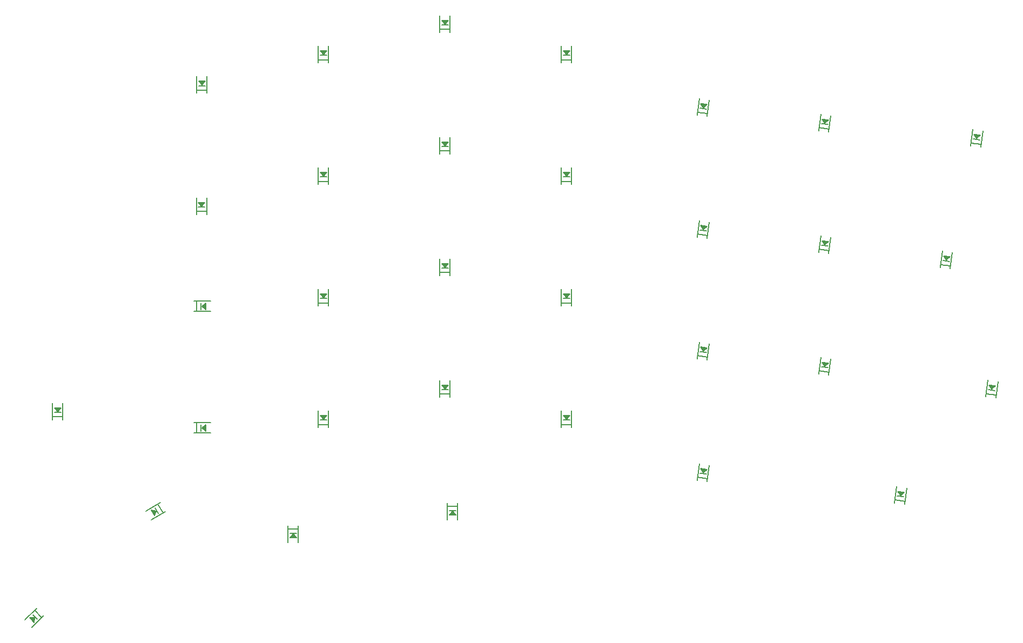
<source format=gbo>
G04 Layer: BottomSilkscreenLayer*
G04 EasyEDA v6.5.23, 2023-04-24 17:16:31*
G04 8c4d49fcd7fc4e44909a734d2420ee08,351801b383604bb389f78a6fc88bd684,10*
G04 Gerber Generator version 0.2*
G04 Scale: 100 percent, Rotated: No, Reflected: No *
G04 Dimensions in inches *
G04 leading zeros omitted , absolute positions ,3 integer and 6 decimal *
%FSLAX36Y36*%
%MOIN*%

%ADD10C,0.0063*%

%LPD*%
G36*
X6404920Y2369380D02*
G01*
X6404520Y2366360D01*
X6421880Y2343760D01*
X6422279Y2346760D01*
X6444900Y2364120D01*
G37*
G36*
X6123680Y3166259D02*
G01*
X6123280Y3163240D01*
X6140640Y3140620D01*
X6141020Y3143639D01*
X6163640Y3161000D01*
G37*
G36*
X6311180Y3916259D02*
G01*
X6310780Y3913240D01*
X6328140Y3890620D01*
X6328520Y3893639D01*
X6351140Y3911000D01*
G37*
G36*
X5373680Y4010000D02*
G01*
X5373280Y4007000D01*
X5390640Y3984380D01*
X5391020Y3987380D01*
X5413640Y4004740D01*
G37*
G36*
X5373680Y3260000D02*
G01*
X5373280Y3257000D01*
X5390640Y3234380D01*
X5391020Y3237380D01*
X5413640Y3254740D01*
G37*
G36*
X5373680Y2510000D02*
G01*
X5373280Y2507000D01*
X5390640Y2484380D01*
X5391020Y2487380D01*
X5413640Y2504740D01*
G37*
G36*
X5842420Y1713120D02*
G01*
X5842020Y1710120D01*
X5859380Y1687500D01*
X5859779Y1690520D01*
X5882400Y1707860D01*
G37*
G36*
X4623680Y1853760D02*
G01*
X4623280Y1850740D01*
X4640640Y1828120D01*
X4641020Y1831140D01*
X4663640Y1848500D01*
G37*
G36*
X4623680Y2603759D02*
G01*
X4623280Y2600740D01*
X4640640Y2578120D01*
X4641020Y2581139D01*
X4663640Y2598500D01*
G37*
G36*
X4623680Y3353759D02*
G01*
X4623280Y3350740D01*
X4640640Y3328120D01*
X4641020Y3331139D01*
X4663640Y3348500D01*
G37*
G36*
X4623940Y4105740D02*
G01*
X4623540Y4102720D01*
X4640900Y4080100D01*
X4641280Y4083120D01*
X4663900Y4100480D01*
G37*
G36*
X3776720Y2181440D02*
G01*
X3776720Y2178400D01*
X3796880Y2158240D01*
X3796880Y2161280D01*
X3817040Y2181440D01*
G37*
G36*
X3776720Y2931440D02*
G01*
X3776720Y2928399D01*
X3796880Y2908240D01*
X3796880Y2911280D01*
X3817040Y2931440D01*
G37*
G36*
X3776720Y3681440D02*
G01*
X3776720Y3678399D01*
X3796880Y3658240D01*
X3796880Y3661280D01*
X3817040Y3681440D01*
G37*
G36*
X3776720Y4431440D02*
G01*
X3776720Y4428400D01*
X3796880Y4408240D01*
X3796880Y4411280D01*
X3817040Y4431440D01*
G37*
G36*
X3026720Y2368940D02*
G01*
X3026720Y2365900D01*
X3046880Y2345740D01*
X3046880Y2348780D01*
X3067040Y2368940D01*
G37*
G36*
X3026720Y3118940D02*
G01*
X3026720Y3115899D01*
X3046880Y3095740D01*
X3046880Y3098780D01*
X3067040Y3118940D01*
G37*
G36*
X3026720Y3868940D02*
G01*
X3026720Y3865899D01*
X3046880Y3845740D01*
X3046880Y3848780D01*
X3067040Y3868940D01*
G37*
G36*
X3026720Y4618940D02*
G01*
X3026720Y4615900D01*
X3046880Y4595740D01*
X3046880Y4598780D01*
X3067040Y4618940D01*
G37*
G36*
X2276720Y2181440D02*
G01*
X2276720Y2178400D01*
X2296880Y2158240D01*
X2296880Y2161280D01*
X2317040Y2181440D01*
G37*
G36*
X2276720Y2931440D02*
G01*
X2276720Y2928399D01*
X2296880Y2908240D01*
X2296880Y2911280D01*
X2317040Y2931440D01*
G37*
G36*
X2276720Y3681440D02*
G01*
X2276720Y3678399D01*
X2296880Y3658240D01*
X2296880Y3661280D01*
X2317040Y3681440D01*
G37*
G36*
X2276720Y4431440D02*
G01*
X2276720Y4428400D01*
X2296880Y4408240D01*
X2296880Y4411280D01*
X2317040Y4431440D01*
G37*
G36*
X3093759Y1591759D02*
G01*
X3093759Y1588720D01*
X3073600Y1568560D01*
X3113920Y1568560D01*
X3113920Y1571600D01*
G37*
G36*
X2109380Y1451120D02*
G01*
X2109380Y1448080D01*
X2089220Y1427920D01*
X2129540Y1427920D01*
X2129540Y1430960D01*
G37*
G36*
X1526720Y4243940D02*
G01*
X1526720Y4240900D01*
X1546879Y4220740D01*
X1546879Y4223780D01*
X1567040Y4243940D01*
G37*
G36*
X1524840Y3495820D02*
G01*
X1524840Y3492780D01*
X1545000Y3472620D01*
X1545000Y3475659D01*
X1565160Y3495820D01*
G37*
G36*
X1567160Y2875779D02*
G01*
X1547000Y2855620D01*
X1550040Y2855620D01*
X1570200Y2835460D01*
X1570200Y2875779D01*
G37*
G36*
X1567160Y2125780D02*
G01*
X1547000Y2105620D01*
X1550040Y2105620D01*
X1570200Y2085460D01*
X1570200Y2125780D01*
G37*
G36*
X636100Y2228320D02*
G01*
X636100Y2225280D01*
X656260Y2205120D01*
X656260Y2208160D01*
X676420Y2228320D01*
G37*
G36*
X1233720Y1598600D02*
G01*
X1253880Y1563700D01*
X1256520Y1565220D01*
X1263900Y1592760D01*
X1261260Y1591240D01*
G37*
G36*
X514219Y936080D02*
G01*
X512060Y933940D01*
X483560Y933940D01*
X512060Y905440D01*
X514219Y907580D01*
G37*
D10*
X6441274Y2336637D02*
G01*
X6401306Y2341900D01*
X6444892Y2364117D02*
G01*
X6404922Y2369378D01*
X6421880Y2343750D01*
X6444892Y2364117D02*
G01*
X6421880Y2343750D01*
X6460046Y2392337D02*
G01*
X6446684Y2290853D01*
X6448996Y2308416D02*
G01*
X6386540Y2316639D01*
X6397588Y2400560D02*
G01*
X6384228Y2299074D01*
X6160024Y3133512D02*
G01*
X6120056Y3138775D01*
X6163642Y3160992D02*
G01*
X6123672Y3166253D01*
X6140630Y3140625D01*
X6163642Y3160992D02*
G01*
X6140630Y3140625D01*
X6178796Y3189212D02*
G01*
X6165434Y3087728D01*
X6167746Y3105291D02*
G01*
X6105290Y3113514D01*
X6116338Y3197435D02*
G01*
X6102978Y3095949D01*
X6347524Y3883512D02*
G01*
X6307556Y3888775D01*
X6351142Y3910992D02*
G01*
X6311172Y3916253D01*
X6328130Y3890625D01*
X6351142Y3910992D02*
G01*
X6328130Y3890625D01*
X6366296Y3939212D02*
G01*
X6352934Y3837728D01*
X6355246Y3855291D02*
G01*
X6292790Y3863514D01*
X6303838Y3947435D02*
G01*
X6290478Y3845949D01*
X5410024Y3977262D02*
G01*
X5370056Y3982525D01*
X5413642Y4004742D02*
G01*
X5373672Y4010003D01*
X5390630Y3984375D01*
X5413642Y4004742D02*
G01*
X5390630Y3984375D01*
X5428796Y4032962D02*
G01*
X5415434Y3931478D01*
X5417746Y3949041D02*
G01*
X5355290Y3957264D01*
X5366338Y4041185D02*
G01*
X5352978Y3939699D01*
X5410024Y3227262D02*
G01*
X5370056Y3232525D01*
X5413642Y3254742D02*
G01*
X5373672Y3260003D01*
X5390630Y3234375D01*
X5413642Y3254742D02*
G01*
X5390630Y3234375D01*
X5428796Y3282962D02*
G01*
X5415434Y3181478D01*
X5417746Y3199041D02*
G01*
X5355290Y3207264D01*
X5366338Y3291185D02*
G01*
X5352978Y3189699D01*
X5410024Y2477262D02*
G01*
X5370056Y2482525D01*
X5413642Y2504742D02*
G01*
X5373672Y2510003D01*
X5390630Y2484375D01*
X5413642Y2504742D02*
G01*
X5390630Y2484375D01*
X5428796Y2532962D02*
G01*
X5415434Y2431478D01*
X5417746Y2449041D02*
G01*
X5355290Y2457264D01*
X5366338Y2541185D02*
G01*
X5352978Y2439699D01*
X5878774Y1680387D02*
G01*
X5838806Y1685650D01*
X5882392Y1707867D02*
G01*
X5842422Y1713128D01*
X5859380Y1687500D01*
X5882392Y1707867D02*
G01*
X5859380Y1687500D01*
X5897546Y1736087D02*
G01*
X5884184Y1634603D01*
X5886496Y1652166D02*
G01*
X5824040Y1660389D01*
X5835088Y1744310D02*
G01*
X5821728Y1642824D01*
X4660024Y1821012D02*
G01*
X4620056Y1826275D01*
X4663642Y1848492D02*
G01*
X4623672Y1853753D01*
X4640630Y1828125D01*
X4663642Y1848492D02*
G01*
X4640630Y1828125D01*
X4678796Y1876712D02*
G01*
X4665434Y1775228D01*
X4667746Y1792791D02*
G01*
X4605290Y1801014D01*
X4616338Y1884935D02*
G01*
X4602978Y1783449D01*
X4660024Y2571012D02*
G01*
X4620056Y2576275D01*
X4663642Y2598492D02*
G01*
X4623672Y2603753D01*
X4640630Y2578125D01*
X4663642Y2598492D02*
G01*
X4640630Y2578125D01*
X4678796Y2626712D02*
G01*
X4665434Y2525228D01*
X4667746Y2542791D02*
G01*
X4605290Y2551014D01*
X4616338Y2634935D02*
G01*
X4602978Y2533449D01*
X4660024Y3321012D02*
G01*
X4620056Y3326275D01*
X4663642Y3348492D02*
G01*
X4623672Y3353753D01*
X4640630Y3328125D01*
X4663642Y3348492D02*
G01*
X4640630Y3328125D01*
X4678796Y3376712D02*
G01*
X4665434Y3275228D01*
X4667746Y3292791D02*
G01*
X4605290Y3301014D01*
X4616338Y3384935D02*
G01*
X4602978Y3283449D01*
X4660285Y4072995D02*
G01*
X4620316Y4078258D01*
X4663903Y4100475D02*
G01*
X4623933Y4105736D01*
X4640891Y4080108D01*
X4663903Y4100475D02*
G01*
X4640891Y4080108D01*
X4679057Y4128696D02*
G01*
X4665695Y4027211D01*
X4668008Y4044774D02*
G01*
X4605550Y4052997D01*
X4616599Y4136918D02*
G01*
X4603239Y4035432D01*
X3817037Y2153730D02*
G01*
X3776723Y2153730D01*
X3817037Y2181446D02*
G01*
X3776723Y2181446D01*
X3796880Y2158249D01*
X3817037Y2181446D02*
G01*
X3796880Y2158249D01*
X3828377Y2211404D02*
G01*
X3828377Y2109043D01*
X3828377Y2126758D02*
G01*
X3765380Y2126758D01*
X3765380Y2211404D02*
G01*
X3765380Y2109043D01*
X3817037Y2903730D02*
G01*
X3776723Y2903730D01*
X3817037Y2931446D02*
G01*
X3776723Y2931446D01*
X3796880Y2908249D01*
X3817037Y2931446D02*
G01*
X3796880Y2908249D01*
X3828377Y2961404D02*
G01*
X3828377Y2859043D01*
X3828377Y2876758D02*
G01*
X3765380Y2876758D01*
X3765380Y2961404D02*
G01*
X3765380Y2859043D01*
X3817037Y3653730D02*
G01*
X3776723Y3653730D01*
X3817037Y3681446D02*
G01*
X3776723Y3681446D01*
X3796880Y3658249D01*
X3817037Y3681446D02*
G01*
X3796880Y3658249D01*
X3828377Y3711404D02*
G01*
X3828377Y3609043D01*
X3828377Y3626758D02*
G01*
X3765380Y3626758D01*
X3765380Y3711404D02*
G01*
X3765380Y3609043D01*
X3817037Y4403730D02*
G01*
X3776723Y4403730D01*
X3817037Y4431446D02*
G01*
X3776723Y4431446D01*
X3796880Y4408249D01*
X3817037Y4431446D02*
G01*
X3796880Y4408249D01*
X3828377Y4461404D02*
G01*
X3828377Y4359043D01*
X3828377Y4376758D02*
G01*
X3765380Y4376758D01*
X3765380Y4461404D02*
G01*
X3765380Y4359043D01*
X3067037Y2341230D02*
G01*
X3026723Y2341230D01*
X3067037Y2368946D02*
G01*
X3026723Y2368946D01*
X3046880Y2345749D01*
X3067037Y2368946D02*
G01*
X3046880Y2345749D01*
X3078377Y2398904D02*
G01*
X3078377Y2296543D01*
X3078377Y2314258D02*
G01*
X3015380Y2314258D01*
X3015380Y2398904D02*
G01*
X3015380Y2296543D01*
X3067037Y3091230D02*
G01*
X3026723Y3091230D01*
X3067037Y3118946D02*
G01*
X3026723Y3118946D01*
X3046880Y3095749D01*
X3067037Y3118946D02*
G01*
X3046880Y3095749D01*
X3078377Y3148904D02*
G01*
X3078377Y3046543D01*
X3078377Y3064258D02*
G01*
X3015380Y3064258D01*
X3015380Y3148904D02*
G01*
X3015380Y3046543D01*
X3067037Y3841230D02*
G01*
X3026723Y3841230D01*
X3067037Y3868946D02*
G01*
X3026723Y3868946D01*
X3046880Y3845749D01*
X3067037Y3868946D02*
G01*
X3046880Y3845749D01*
X3078377Y3898904D02*
G01*
X3078377Y3796543D01*
X3078377Y3814258D02*
G01*
X3015380Y3814258D01*
X3015380Y3898904D02*
G01*
X3015380Y3796543D01*
X3067037Y4591230D02*
G01*
X3026723Y4591230D01*
X3067037Y4618946D02*
G01*
X3026723Y4618946D01*
X3046880Y4595749D01*
X3067037Y4618946D02*
G01*
X3046880Y4595749D01*
X3078377Y4648904D02*
G01*
X3078377Y4546543D01*
X3078377Y4564258D02*
G01*
X3015380Y4564258D01*
X3015380Y4648904D02*
G01*
X3015380Y4546543D01*
X2317037Y2153730D02*
G01*
X2276723Y2153730D01*
X2317037Y2181446D02*
G01*
X2276723Y2181446D01*
X2296880Y2158249D01*
X2317037Y2181446D02*
G01*
X2296880Y2158249D01*
X2328377Y2211404D02*
G01*
X2328377Y2109043D01*
X2328377Y2126758D02*
G01*
X2265380Y2126758D01*
X2265380Y2211404D02*
G01*
X2265380Y2109043D01*
X2317037Y2903730D02*
G01*
X2276723Y2903730D01*
X2317037Y2931446D02*
G01*
X2276723Y2931446D01*
X2296880Y2908249D01*
X2317037Y2931446D02*
G01*
X2296880Y2908249D01*
X2328377Y2961404D02*
G01*
X2328377Y2859043D01*
X2328377Y2876758D02*
G01*
X2265380Y2876758D01*
X2265380Y2961404D02*
G01*
X2265380Y2859043D01*
X2317037Y3653730D02*
G01*
X2276723Y3653730D01*
X2317037Y3681446D02*
G01*
X2276723Y3681446D01*
X2296880Y3658249D01*
X2317037Y3681446D02*
G01*
X2296880Y3658249D01*
X2328377Y3711404D02*
G01*
X2328377Y3609043D01*
X2328377Y3626758D02*
G01*
X2265380Y3626758D01*
X2265380Y3711404D02*
G01*
X2265380Y3609043D01*
X2317037Y4403730D02*
G01*
X2276723Y4403730D01*
X2317037Y4431446D02*
G01*
X2276723Y4431446D01*
X2296880Y4408249D01*
X2317037Y4431446D02*
G01*
X2296880Y4408249D01*
X2328377Y4461404D02*
G01*
X2328377Y4359043D01*
X2328377Y4376758D02*
G01*
X2265380Y4376758D01*
X2265380Y4461404D02*
G01*
X2265380Y4359043D01*
X3073598Y1596269D02*
G01*
X3113912Y1596269D01*
X3073598Y1568553D02*
G01*
X3113912Y1568553D01*
X3093755Y1591750D01*
X3073598Y1568553D02*
G01*
X3093755Y1591750D01*
X3062258Y1538595D02*
G01*
X3062258Y1640956D01*
X3062258Y1623242D02*
G01*
X3125254Y1623242D01*
X3125254Y1538595D02*
G01*
X3125254Y1640956D01*
X2089223Y1455644D02*
G01*
X2129537Y1455644D01*
X2089223Y1427928D02*
G01*
X2129537Y1427928D01*
X2109380Y1451125D01*
X2089223Y1427928D02*
G01*
X2109380Y1451125D01*
X2077883Y1397970D02*
G01*
X2077883Y1500331D01*
X2077883Y1482617D02*
G01*
X2140879Y1482617D01*
X2140879Y1397970D02*
G01*
X2140879Y1500331D01*
X1567037Y4216230D02*
G01*
X1526723Y4216230D01*
X1567037Y4243946D02*
G01*
X1526723Y4243946D01*
X1546880Y4220749D01*
X1567037Y4243946D02*
G01*
X1546880Y4220749D01*
X1578377Y4273904D02*
G01*
X1578377Y4171543D01*
X1578377Y4189258D02*
G01*
X1515380Y4189258D01*
X1515380Y4273904D02*
G01*
X1515380Y4171543D01*
X1565162Y3468105D02*
G01*
X1524848Y3468105D01*
X1565162Y3495821D02*
G01*
X1524848Y3495821D01*
X1545005Y3472624D01*
X1565162Y3495821D02*
G01*
X1545005Y3472624D01*
X1576502Y3525779D02*
G01*
X1576502Y3423418D01*
X1576502Y3441133D02*
G01*
X1513505Y3441133D01*
X1513505Y3525779D02*
G01*
X1513505Y3423418D01*
X1542484Y2835468D02*
G01*
X1542484Y2875781D01*
X1570201Y2835468D02*
G01*
X1570201Y2875781D01*
X1547004Y2855625D01*
X1570201Y2835468D02*
G01*
X1547004Y2855625D01*
X1600159Y2824128D02*
G01*
X1497798Y2824128D01*
X1515513Y2824128D02*
G01*
X1515513Y2887123D01*
X1600159Y2887123D02*
G01*
X1497798Y2887123D01*
X1542484Y2085468D02*
G01*
X1542484Y2125781D01*
X1570201Y2085468D02*
G01*
X1570201Y2125781D01*
X1547004Y2105625D01*
X1570201Y2085468D02*
G01*
X1547004Y2105625D01*
X1600159Y2074128D02*
G01*
X1497798Y2074128D01*
X1515513Y2074128D02*
G01*
X1515513Y2137123D01*
X1600159Y2137123D02*
G01*
X1497798Y2137123D01*
X676412Y2200605D02*
G01*
X636098Y2200605D01*
X676412Y2228321D02*
G01*
X636098Y2228321D01*
X656255Y2205124D01*
X676412Y2228321D02*
G01*
X656255Y2205124D01*
X687752Y2258279D02*
G01*
X687752Y2155918D01*
X687752Y2173633D02*
G01*
X624756Y2173633D01*
X624756Y2258279D02*
G01*
X624756Y2155918D01*
X1257732Y1612467D02*
G01*
X1277893Y1577555D01*
X1233729Y1598609D02*
G01*
X1253887Y1563696D01*
X1263899Y1592750D01*
X1233729Y1598609D02*
G01*
X1263899Y1592750D01*
X1202118Y1593449D02*
G01*
X1290766Y1644630D01*
X1275424Y1635772D02*
G01*
X1306920Y1581217D01*
X1233614Y1538895D02*
G01*
X1322263Y1590073D01*
X503159Y953535D02*
G01*
X531664Y925028D01*
X483560Y933937D02*
G01*
X512067Y905430D01*
X514216Y936086D01*
X483560Y933937D02*
G01*
X514216Y936086D01*
X454360Y920772D02*
G01*
X526738Y993153D01*
X514212Y980626D02*
G01*
X558759Y936080D01*
X498904Y876226D02*
G01*
X571284Y948607D01*
M02*

</source>
